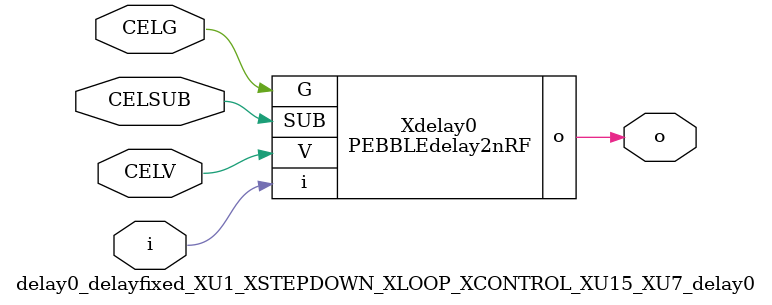
<source format=v>



module PEBBLEdelay2nRF ( o, V, G, i, SUB );

  input V;
  input i;
  input G;
  output o;
  input SUB;
endmodule

//Celera Confidential Do Not Copy delay0_delayfixed_XU1_XSTEPDOWN_XLOOP_XCONTROL_XU15_XU7_delay0
//TYPE: fixed 2ns
module delay0_delayfixed_XU1_XSTEPDOWN_XLOOP_XCONTROL_XU15_XU7_delay0 (i, CELV, o,
CELG,CELSUB);
input CELV;
input i;
output o;
input CELSUB;
input CELG;

//Celera Confidential Do Not Copy delayfast0
PEBBLEdelay2nRF Xdelay0(
.V (CELV),
.i (i),
.o (o),
.G (CELG),
.SUB (CELSUB)
);
//,diesize,PEBBLEdelay2nRF

//Celera Confidential Do Not Copy Module End
//Celera Schematic Generator
endmodule

</source>
